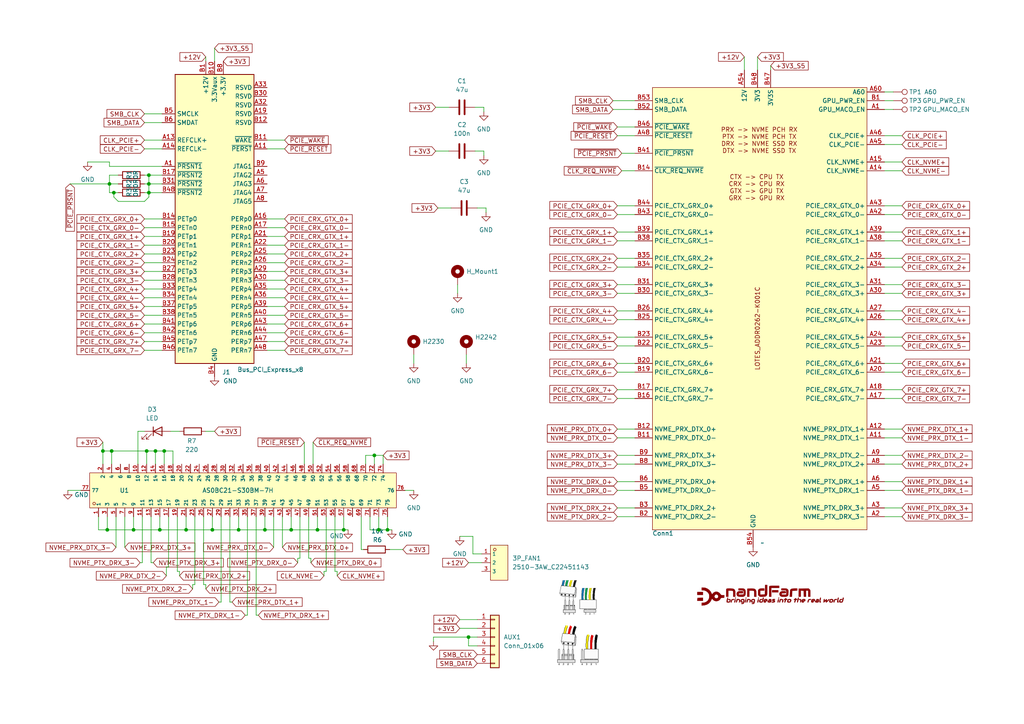
<source format=kicad_sch>
(kicad_sch (version 20250114) (generator "eeschema") (generator_version "9.0")
  (paper "A4")
  (title_block (title "RibbonRiser V2.2") (date "23/04/2025") (company "NandFarm"))
  (lib_symbols
    (symbol "2510-3AW_C22451143:2510-3AW_C22451143"
      (property "Reference" "U" (at 0 1.27 0))
      (property "Value" "2510-3AW_C22451143" (at 0 -2.54 0))
      (symbol "2510-3AW_C22451143_0_1"
        (pin unspecified line (at -5.08 2.54 0) (length 2.54) (name "1") (number "1"))
        (pin unspecified line (at -5.08 0 0) (length 2.54) (name "2") (number "2"))
        (pin unspecified line (at -5.08 -2.54 0) (length 2.54) (name "3") (number "3"))
      )
    )
    (symbol "AS0BC21-S30BM-7H:AS0BC21-S30BM-7H"
      (property "Reference" "U" (at 0 1.27 0))
      (property "Value" "AS0BC21-S30BM-7H" (at 0 -2.54 0))
      (symbol "AS0BC21-S30BM-7H_0_1"
        (pin unspecified line (at -7.62 43.18 0) (length 2.54) (name "1") (number "1"))
        (pin unspecified line (at -7.62 40.64 0) (length 2.54) (name "3") (number "3"))
        (pin unspecified line (at -7.62 38.1 0) (length 2.54) (name "5") (number "5"))
        (pin unspecified line (at -7.62 35.56 0) (length 2.54) (name "7") (number "7"))
        (pin unspecified line (at -7.62 33.02 0) (length 2.54) (name "9") (number "9"))
        (pin unspecified line (at -7.62 30.48 0) (length 2.54) (name "11") (number "11"))
        (pin unspecified line (at -7.62 27.94 0) (length 2.54) (name "13") (number "13"))
        (pin unspecified line (at -7.62 25.4 0) (length 2.54) (name "15") (number "15"))
        (pin unspecified line (at -7.62 22.86 0) (length 2.54) (name "17") (number "17"))
        (pin unspecified line (at -7.62 20.32 0) (length 2.54) (name "19") (number "19"))
        (pin unspecified line (at -7.62 17.78 0) (length 2.54) (name "21") (number "21"))
        (pin unspecified line (at -7.62 15.24 0) (length 2.54) (name "23") (number "23"))
        (pin unspecified line (at -7.62 12.7 0) (length 2.54) (name "25") (number "25"))
        (pin unspecified line (at -7.62 10.16 0) (length 2.54) (name "27") (number "27"))
        (pin unspecified line (at -7.62 7.62 0) (length 2.54) (name "29") (number "29"))
        (pin unspecified line (at -7.62 5.08 0) (length 2.54) (name "31") (number "31"))
        (pin unspecified line (at -7.62 2.54 0) (length 2.54) (name "33") (number "33"))
        (pin unspecified line (at -7.62 0 0) (length 2.54) (name "35") (number "35"))
        (pin unspecified line (at -7.62 -2.54 0) (length 2.54) (name "37") (number "37"))
        (pin unspecified line (at -7.62 -5.08 0) (length 2.54) (name "39") (number "39"))
        (pin unspecified line (at -7.62 -7.62 0) (length 2.54) (name "41") (number "41"))
        (pin unspecified line (at -7.62 -10.16 0) (length 2.54) (name "43") (number "43"))
        (pin unspecified line (at -7.62 -12.7 0) (length 2.54) (name "45") (number "45"))
        (pin unspecified line (at -7.62 -15.24 0) (length 2.54) (name "47") (number "47"))
        (pin unspecified line (at -7.62 -17.78 0) (length 2.54) (name "49") (number "49"))
        (pin unspecified line (at -7.62 -20.32 0) (length 2.54) (name "51") (number "51"))
        (pin unspecified line (at -7.62 -22.86 0) (length 2.54) (name "53") (number "53"))
        (pin unspecified line (at -7.62 -25.4 0) (length 2.54) (name "55") (number "55"))
        (pin unspecified line (at -7.62 -27.94 0) (length 2.54) (name "57") (number "57"))
        (pin unspecified line (at -7.62 -30.48 0) (length 2.54) (name "67") (number "67"))
        (pin unspecified line (at -7.62 -33.02 0) (length 2.54) (name "69") (number "69"))
        (pin unspecified line (at -7.62 -35.56 0) (length 2.54) (name "71") (number "71"))
        (pin unspecified line (at -7.62 -38.1 0) (length 2.54) (name "73") (number "73"))
        (pin unspecified line (at -7.62 -40.64 0) (length 2.54) (name "75") (number "75"))
        (pin unspecified line (at 0 48.26 270) (length 2.54) (name "77") (number "77"))
        (pin unspecified line (at 0 -45.72 90) (length 2.54) (name "76") (number "76"))
        (pin unspecified line (at 7.62 41.91 180) (length 2.54) (name "2") (number "2"))
        (pin unspecified line (at 7.62 39.37 180) (length 2.54) (name "4") (number "4"))
        (pin unspecified line (at 7.62 36.83 180) (length 2.54) (name "6") (number "6"))
        (pin unspecified line (at 7.62 34.29 180) (length 2.54) (name "8") (number "8"))
        (pin unspecified line (at 7.62 31.75 180) (length 2.54) (name "10") (number "10"))
        (pin unspecified line (at 7.62 29.21 180) (length 2.54) (name "12") (number "12"))
        (pin unspecified line (at 7.62 26.67 180) (length 2.54) (name "14") (number "14"))
        (pin unspecified line (at 7.62 24.13 180) (length 2.54) (name "16") (number "16"))
        (pin unspecified line (at 7.62 21.59 180) (length 2.54) (name "18") (number "18"))
        (pin unspecified line (at 7.62 19.05 180) (length 2.54) (name "20") (number "20"))
        (pin unspecified line (at 7.62 16.51 180) (length 2.54) (name "22") (number "22"))
        (pin unspecified line (at 7.62 13.97 180) (length 2.54) (name "24") (number "24"))
        (pin unspecified line (at 7.62 11.43 180) (length 2.54) (name "26") (number "26"))
        (pin unspecified line (at 7.62 8.89 180) (length 2.54) (name "28") (number "28"))
        (pin unspecified line (at 7.62 6.35 180) (length 2.54) (name "30") (number "30"))
        (pin unspecified line (at 7.62 3.81 180) (length 2.54) (name "32") (number "32"))
        (pin unspecified line (at 7.62 1.27 180) (length 2.54) (name "34") (number "34"))
        (pin unspecified line (at 7.62 -1.27 180) (length 2.54) (name "36") (number "36"))
        (pin unspecified line (at 7.62 -3.81 180) (length 2.54) (name "38") (number "38"))
        (pin unspecified line (at 7.62 -6.35 180) (length 2.54) (name "40") (number "40"))
        (pin unspecified line (at 7.62 -8.89 180) (length 2.54) (name "42") (number "42"))
        (pin unspecified line (at 7.62 -11.43 180) (length 2.54) (name "44") (number "44"))
        (pin unspecified line (at 7.62 -13.97 180) (length 2.54) (name "46") (number "46"))
        (pin unspecified line (at 7.62 -16.51 180) (length 2.54) (name "48") (number "48"))
        (pin unspecified line (at 7.62 -19.05 180) (length 2.54) (name "50") (number "50"))
        (pin unspecified line (at 7.62 -21.59 180) (length 2.54) (name "52") (number "52"))
        (pin unspecified line (at 7.62 -24.13 180) (length 2.54) (name "54") (number "54"))
        (pin unspecified line (at 7.62 -26.67 180) (length 2.54) (name "56") (number "56"))
        (pin unspecified line (at 7.62 -29.21 180) (length 2.54) (name "58") (number "58"))
        (pin unspecified line (at 7.62 -31.75 180) (length 2.54) (name "68") (number "68"))
        (pin unspecified line (at 7.62 -34.29 180) (length 2.54) (name "70") (number "70"))
        (pin unspecified line (at 7.62 -36.83 180) (length 2.54) (name "72") (number "72"))
        (pin unspecified line (at 7.62 -39.37 180) (length 2.54) (name "74") (number "74"))
      )
    )
    (symbol "Connector:Bus_PCI_Express_x8"
      (property "Reference" "J" (at -8.89 43.18 0))
      (property "Value" "Bus_PCI_Express_x8" (at 12.7 43.18 0))
      (symbol "Bus_PCI_Express_x8_1_1"
        (pin input line (at -15.24 30.48 0) (length 3.81) (name "SMCLK") (number "B5"))
        (pin bidirectional line (at -15.24 27.94 0) (length 3.81) (name "SMDAT") (number "B6"))
        (pin input line (at -15.24 22.86 0) (length 3.81) (name "REFCLK+") (number "A13"))
        (pin input line (at -15.24 20.32 0) (length 3.81) (name "REFCLK-") (number "A14"))
        (pin passive line (at -15.24 15.24 0) (length 3.81) (name "~{PRSNT1}") (number "A1"))
        (pin passive line (at -15.24 12.7 0) (length 3.81) (name "~{PRSNT2}") (number "B17"))
        (pin passive line (at -15.24 10.16 0) (length 3.81) (name "~{PRSNT2}") (number "B31"))
        (pin passive line (at -15.24 7.62 0) (length 3.81) (name "~{PRSNT2}") (number "B48"))
        (pin input line (at -15.24 0 0) (length 3.81) (name "PETp0") (number "B14"))
        (pin input line (at -15.24 -2.54 0) (length 3.81) (name "PETn0") (number "B15"))
        (pin input line (at -15.24 -5.08 0) (length 3.81) (name "PETp1") (number "B19"))
        (pin input line (at -15.24 -7.62 0) (length 3.81) (name "PETn1") (number "B20"))
        (pin input line (at -15.24 -10.16 0) (length 3.81) (name "PETp2") (number "B23"))
        (pin input line (at -15.24 -12.7 0) (length 3.81) (name "PETn2") (number "B24"))
        (pin input line (at -15.24 -15.24 0) (length 3.81) (name "PETp3") (number "B27"))
        (pin input line (at -15.24 -17.78 0) (length 3.81) (name "PETn3") (number "B28"))
        (pin input line (at -15.24 -20.32 0) (length 3.81) (name "PETp4") (number "B33"))
        (pin input line (at -15.24 -22.86 0) (length 3.81) (name "PETn4") (number "B34"))
        (pin input line (at -15.24 -25.4 0) (length 3.81) (name "PETp5") (number "B37"))
        (pin input line (at -15.24 -27.94 0) (length 3.81) (name "PETn5") (number "B38"))
        (pin input line (at -15.24 -30.48 0) (length 3.81) (name "PETp6") (number "B41"))
        (pin input line (at -15.24 -33.02 0) (length 3.81) (name "PETn6") (number "B42"))
        (pin input line (at -15.24 -35.56 0) (length 3.81) (name "PETp7") (number "B45"))
        (pin input line (at -15.24 -38.1 0) (length 3.81) (name "PETn7") (number "B46"))
        (pin passive line (at -2.54 45.72 270) (length 3.81) (hide yes) (name "+12V") (number "A2"))
        (pin passive line (at -2.54 45.72 270) (length 3.81) (hide yes) (name "+12V") (number "A3"))
        (pin power_in line (at -2.54 45.72 270) (length 3.81) (name "+12V") (number "B1"))
        (pin passive line (at -2.54 45.72 270) (length 3.81) (hide yes) (name "+12V") (number "B2"))
        (pin passive line (at -2.54 45.72 270) (length 3.81) (hide yes) (name "+12V") (number "B3"))
        (pin power_in line (at 0 45.72 270) (length 3.81) (name "3.3Vaux") (number "B10"))
        (pin passive line (at 0 -45.72 90) (length 3.81) (hide yes) (name "GND") (number "A12"))
        (pin passive line (at 0 -45.72 90) (length 3.81) (hide yes) (name "GND") (number "A15"))
        (pin passive line (at 0 -45.72 90) (length 3.81) (hide yes) (name "GND") (number "A18"))
        (pin passive line (at 0 -45.72 90) (length 3.81) (hide yes) (name "GND") (number "A20"))
        (pin passive line (at 0 -45.72 90) (length 3.81) (hide yes) (name "GND") (number "A23"))
        (pin passive line (at 0 -45.72 90) (length 3.81) (hide yes) (name "GND") (number "A24"))
        (pin passive line (at 0 -45.72 90) (length 3.81) (hide yes) (name "GND") (number "A27"))
        (pin passive line (at 0 -45.72 90) (length 3.81) (hide yes) (name "GND") (number "A28"))
        (pin passive line (at 0 -45.72 90) (length 3.81) (hide yes) (name "GND") (number "A31"))
        (pin passive line (at 0 -45.72 90) (length 3.81) (hide yes) (name "GND") (number "A34"))
        (pin passive line (at 0 -45.72 90) (length 3.81) (hide yes) (name "GND") (number "A37"))
        (pin passive line (at 0 -45.72 90) (length 3.81) (hide yes) (name "GND") (number "A38"))
        (pin passive line (at 0 -45.72 90) (length 3.81) (hide yes) (name "GND") (number "A4"))
        (pin passive line (at 0 -45.72 90) (length 3.81) (hide yes) (name "GND") (number "A41"))
        (pin passive line (at 0 -45.72 90) (length 3.81) (hide yes) (name "GND") (number "A42"))
        (pin passive line (at 0 -45.72 90) (length 3.81) (hide yes) (name "GND") (number "A45"))
        (pin passive line (at 0 -45.72 90) (length 3.81) (hide yes) (name "GND") (number "A46"))
        (pin passive line (at 0 -45.72 90) (length 3.81) (hide yes) (name "GND") (number "A49"))
        (pin passive line (at 0 -45.72 90) (length 3.81) (hide yes) (name "GND") (number "B13"))
        (pin passive line (at 0 -45.72 90) (length 3.81) (hide yes) (name "GND") (number "B16"))
        (pin passive line (at 0 -45.72 90) (length 3.81) (hide yes) (name "GND") (number "B18"))
        (pin passive line (at 0 -45.72 90) (length 3.81) (hide yes) (name "GND") (number "B21"))
        (pin passive line (at 0 -45.72 90) (length 3.81) (hide yes) (name "GND") (number "B22"))
        (pin passive line (at 0 -45.72 90) (length 3.81) (hide yes) (name "GND") (number "B25"))
        (pin passive line (at 0 -45.72 90) (length 3.81) (hide yes) (name "GND") (number "B26"))
        (pin passive line (at 0 -45.72 90) (length 3.81) (hide yes) (name "GND") (number "B29"))
        (pin passive line (at 0 -45.72 90) (length 3.81) (hide yes) (name "GND") (number "B32"))
        (pin passive line (at 0 -45.72 90) (length 3.81) (hide yes) (name "GND") (number "B35"))
        (pin passive line (at 0 -45.72 90) (length 3.81) (hide yes) (name "GND") (number "B36"))
        (pin passive line (at 0 -45.72 90) (length 3.81) (hide yes) (name "GND") (number "B39"))
        (pin power_in line (at 0 -45.72 90) (length 3.81) (name "GND") (number "B4"))
        (pin passive line (at 0 -45.72 90) (length 3.81) (hide yes) (name "GND") (number "B40"))
        (pin passive line (at 0 -45.72 90) (length 3.81) (hide yes) (name "GND") (number "B43"))
        (pin passive line (at 0 -45.72 90) (length 3.81) (hide yes) (name "GND") (number "B44"))
        (pin passive line (at 0 -45.72 90) (length 3.81) (hide yes) (name "GND") (number "B47"))
        (pin passive line (at 0 -45.72 90) (length 3.81) (hide yes) (name "GND") (number "B49"))
        (pin passive line (at 0 -45.72 90) (length 3.81) (hide yes) (name "GND") (number "B7"))
        (pin passive line (at 2.54 45.72 270) (length 3.81) (hide yes) (name "+3.3V") (number "A10"))
        (pin passive line (at 2.54 45.72 270) (length 3.81) (hide yes) (name "+3.3V") (number "A9"))
        (pin power_in line (at 2.54 45.72 270) (length 3.81) (name "+3.3V") (number "B8"))
        (pin passive line (at 15.24 38.1 180) (length 3.81) (name "RSVD") (number "A33"))
        (pin passive line (at 15.24 35.56 180) (length 3.81) (name "RSVD") (number "B30"))
        (pin passive line (at 15.24 33.02 180) (length 3.81) (name "RSVD") (number "A32"))
        (pin passive line (at 15.24 30.48 180) (length 3.81) (name "RSVD") (number "A19"))
        (pin passive line (at 15.24 27.94 180) (length 3.81) (name "RSVD") (number "B12"))
        (pin open_collector line (at 15.24 22.86 180) (length 3.81) (name "~{WAKE}") (number "B11"))
        (pin input line (at 15.24 20.32 180) (length 3.81) (name "~{PERST}") (number "A11"))
        (pin input line (at 15.24 15.24 180) (length 3.81) (name "JTAG1") (number "B9"))
        (pin input line (at 15.24 12.7 180) (length 3.81) (name "JTAG2") (number "A5"))
        (pin input line (at 15.24 10.16 180) (length 3.81) (name "JTAG3") (number "A6"))
        (pin output line (at 15.24 7.62 180) (length 3.81) (name "JTAG4") (number "A7"))
        (pin input line (at 15.24 5.08 180) (length 3.81) (name "JTAG5") (number "A8"))
        (pin output line (at 15.24 0 180) (length 3.81) (name "PERp0") (number "A16"))
        (pin output line (at 15.24 -2.54 180) (length 3.81) (name "PERn0") (number "A17"))
        (pin output line (at 15.24 -5.08 180) (length 3.81) (name "PERp1") (number "A21"))
        (pin output line (at 15.24 -7.62 180) (length 3.81) (name "PERn1") (number "A22"))
        (pin output line (at 15.24 -10.16 180) (length 3.81) (name "PERp2") (number "A25"))
        (pin output line (at 15.24 -12.7 180) (length 3.81) (name "PERn2") (number "A26"))
        (pin output line (at 15.24 -15.24 180) (length 3.81) (name "PERp3") (number "A29"))
        (pin output line (at 15.24 -17.78 180) (length 3.81) (name "PERn3") (number "A30"))
        (pin output line (at 15.24 -20.32 180) (length 3.81) (name "PERp4") (number "A35"))
        (pin output line (at 15.24 -22.86 180) (length 3.81) (name "PERn4") (number "A36"))
        (pin output line (at 15.24 -25.4 180) (length 3.81) (name "PERp5") (number "A39"))
        (pin output line (at 15.24 -27.94 180) (length 3.81) (name "PERn5") (number "A40"))
        (pin output line (at 15.24 -30.48 180) (length 3.81) (name "PERp6") (number "A43"))
        (pin output line (at 15.24 -33.02 180) (length 3.81) (name "PERn6") (number "A44"))
        (pin output line (at 15.24 -35.56 180) (length 3.81) (name "PERp7") (number "A47"))
        (pin output line (at 15.24 -38.1 180) (length 3.81) (name "PERn7") (number "A48"))
      )
    )
    (symbol "Connector:TestPoint" (pin_numbers (hide yes)) (pin_names (offset 0.762) (hide yes))
      (property "Reference" "TP" (at 0 6.858 0))
      (property "Value" "TestPoint" (at 0 5.08 0))
      (symbol "TestPoint_1_1"
        (pin passive line (at 0 0 90) (length 2.54) (name "1") (number "1"))
      )
    )
    (symbol "Connector_Generic:Conn_01x06" (pin_names (offset 1.016) (hide yes))
      (property "Reference" "J" (at 0 7.62 0))
      (property "Value" "Conn_01x06" (at 0 -10.16 0))
      (symbol "Conn_01x06_1_1"
        (pin passive line (at -5.08 5.08 0) (length 3.81) (name "Pin_1") (number "1"))
        (pin passive line (at -5.08 2.54 0) (length 3.81) (name "Pin_2") (number "2"))
        (pin passive line (at -5.08 0 0) (length 3.81) (name "Pin_3") (number "3"))
        (pin passive line (at -5.08 -2.54 0) (length 3.81) (name "Pin_4") (number "4"))
        (pin passive line (at -5.08 -5.08 0) (length 3.81) (name "Pin_5") (number "5"))
        (pin passive line (at -5.08 -7.62 0) (length 3.81) (name "Pin_6") (number "6"))
      )
    )
    (symbol "Device:C" (pin_numbers (hide yes)) (pin_names (offset 0.254))
      (property "Reference" "C" (at 0.635 2.54 0))
      (property "Value" "C" (at 0.635 -2.54 0))
      (symbol "C_1_1"
        (pin passive line (at 0 3.81 270) (length 2.794) (name "~") (number "1"))
        (pin passive line (at 0 -3.81 90) (length 2.794) (name "~") (number "2"))
      )
    )
    (symbol "Device:LED" (pin_numbers (hide yes)) (pin_names (offset 1.016) (hide yes))
      (property "Reference" "D" (at 0 2.54 0))
      (property "Value" "LED" (at 0 -2.54 0))
      (symbol "LED_1_1"
        (pin passive line (at -3.81 0 0) (length 2.54) (name "K") (number "1"))
        (pin passive line (at 3.81 0 180) (length 2.54) (name "A") (number "2"))
      )
    )
    (symbol "Device:R" (pin_numbers (hide yes)) (pin_names (offset 0))
      (property "Reference" "R" (at 2.032 0 90))
      (property "Value" "R" (at 0 0 90))
      (symbol "R_1_1"
        (pin passive line (at 0 3.81 270) (length 1.27) (name "~") (number "1"))
        (pin passive line (at 0 -3.81 90) (length 1.27) (name "~") (number "2"))
      )
    )
    (symbol "Mechanical:MountingHole_Pad" (pin_numbers (hide yes)) (pin_names (offset 1.016) (hide yes))
      (property "Reference" "H" (at 0 6.35 0))
      (property "Value" "MountingHole_Pad" (at 0 4.445 0))
      (symbol "MountingHole_Pad_1_1"
        (pin input line (at 0 -2.54 90) (length 2.54) (name "1") (number "1"))
      )
    )
    (symbol "Mx20qx_PCIe:PCIE_Riser"
      (property "Reference" "Conn1" (at 0 -120.396 0))
      (property "Value" "~" (at 31.3533 -123.19 0))
      (symbol "PCIE_Riser_1_1"
        (text "CTX -> CPU TX\nCRX -> CPU RX\nGTX -> GPU TX\nGRX -> GPU RX\n" (at 30.226 -20.066 0) (effects (font (size 1.27 1.27))))
        (text "LOTES_ADDR0262-K001C" (at 30.48 -60.96 900) (effects (font (size 1.27 1.27))))
        (text "PRX -> NVME PCH RX\nPTX -> NVME PCH TX\nDRX -> NVME SSD RX\nDTX -> NVME SSD TX" (at 30.988 -6.35 0) (effects (font (size 1.27 1.27))))
        (pin input line (at -5.08 5.08 0) (length 5.08) (name "SMB_CLK") (number "B53"))
        (pin input line (at -5.08 2.54 0) (length 5.08) (name "SMB_DATA") (number "B52"))
        (pin input line (at -5.08 -2.54 0) (length 5.08) (name "~{PCIE_WAKE}") (number "B46"))
        (pin input line (at -5.08 -5.08 0) (length 5.08) (name "~{PCIE_RESET}") (number "A48"))
        (pin input line (at -5.08 -10.16 0) (length 5.08) (hide yes) (name "~{PCIE_PRSNT}") (number "B28"))
        (pin input line (at -5.08 -10.16 0) (length 5.08) (name "~{PCIE_PRSNT}") (number "B41"))
        (pin input line (at -5.08 -15.24 0) (length 5.08) (name "~{CLK_REQ_NVME}") (number "B14"))
        (pin input line (at -5.08 -25.4 0) (length 5.08) (name "PCIE_CTX_GRX_0+") (number "B44"))
        (pin input line (at -5.08 -27.94 0) (length 5.08) (name "PCIE_CTX_GRX_0-") (number "B43"))
        (pin input line (at -5.08 -33.02 0) (length 5.08) (name "PCIE_CTX_GRX_1+") (number "B39"))
        (pin input line (at -5.08 -35.56 0) (length 5.08) (name "PCIE_CTX_GRX_1-") (number "B38"))
        (pin input line (at -5.08 -40.64 0) (length 5.08) (name "PCIE_CTX_GRX_2+") (number "B35"))
        (pin input line (at -5.08 -43.18 0) (length 5.08) (name "PCIE_CTX_GRX_2-") (number "B34"))
        (pin input line (at -5.08 -48.26 0) (length 5.08) (name "PCIE_CTX_GRX_3+") (number "B31"))
        (pin input line (at -5.08 -50.8 0) (length 5.08) (name "PCIE_CTX_GRX_3-") (number "B30"))
        (pin input line (at -5.08 -55.88 0) (length 5.08) (name "PCIE_CTX_GRX_4+") (number "B26"))
        (pin input line (at -5.08 -58.42 0) (length 5.08) (name "PCIE_CTX_GRX_4-") (number "B25"))
        (pin input line (at -5.08 -63.5 0) (length 5.08) (name "PCIE_CTX_GRX_5+") (number "B23"))
        (pin input line (at -5.08 -66.04 0) (length 5.08) (name "PCIE_CTX_GRX_5-") (number "B22"))
        (pin input line (at -5.08 -71.12 0) (length 5.08) (name "PCIE_CTX_GRX_6+") (number "B20"))
        (pin input line (at -5.08 -73.66 0) (length 5.08) (name "PCIE_CTX_GRX_6-") (number "B19"))
        (pin input line (at -5.08 -78.74 0) (length 5.08) (name "PCIE_CTX_GRX_7+") (number "B17"))
        (pin input line (at -5.08 -81.28 0) (length 5.08) (name "PCIE_CTX_GRX_7-") (number "B16"))
        (pin input line (at -5.08 -90.17 0) (length 5.08) (name "NVME_PRX_DTX_0+") (number "B12"))
        (pin input line (at -5.08 -92.71 0) (length 5.08) (name "NVME_PRX_DTX_0-") (number "B11"))
        (pin input line (at -5.08 -97.79 0) (length 5.08) (name "NVME_PRX_DTX_3+") (number "B9"))
        (pin input line (at -5.08 -100.33 0) (length 5.08) (name "NVME_PRX_DTX_3-") (number "B8"))
        (pin input line (at -5.08 -105.41 0) (length 5.08) (name "NVME_PTX_DRX_0+") (number "B6"))
        (pin input line (at -5.08 -107.95 0) (length 5.08) (name "NVME_PTX_DRX_0-") (number "B5"))
        (pin input line (at -5.08 -113.03 0) (length 5.08) (name "NVME_PTX_DRX_2+") (number "B3"))
        (pin input line (at -5.08 -115.57 0) (length 5.08) (name "NVME_PTX_DRX_2-") (number "B2"))
        (pin power_in line (at 26.67 13.97 270) (length 5.08) (name "12V") (number "A54"))
        (pin passive line (at 26.67 13.97 270) (length 5.08) (hide yes) (name "12V") (number "A55"))
        (pin passive line (at 26.67 13.97 270) (length 5.08) (hide yes) (name "12V") (number "A56"))
        (pin passive line (at 26.67 13.97 270) (length 5.08) (hide yes) (name "12V") (number "A57"))
        (pin passive line (at 26.67 13.97 270) (length 5.08) (hide yes) (name "12V") (number "A58"))
        (pin passive line (at 26.67 13.97 270) (length 5.08) (hide yes) (name "12V") (number "A59"))
        (pin passive line (at 26.67 13.97 270) (length 5.08) (hide yes) (name "12V") (number "B55"))
        (pin passive line (at 26.67 13.97 270) (length 5.08) (hide yes) (name "12V") (number "B56"))
        (pin passive line (at 26.67 13.97 270) (length 5.08) (hide yes) (name "12V") (number "B57"))
        (pin passive line (at 26.67 13.97 270) (length 5.08) (hide yes) (name "12V") (number "B58"))
        (pin passive line (at 26.67 13.97 270) (length 5.08) (hide yes) (name "12V") (number "B59"))
        (pin passive line (at 26.67 13.97 270) (length 5.08) (hide yes) (name "12V") (number "B60"))
        (pin passive line (at 29.21 -124.46 90) (length 5.08) (hide yes) (name "GND") (number "A10"))
        (pin passive line (at 29.21 -124.46 90) (length 5.08) (hide yes) (name "GND") (number "A13"))
        (pin passive line (at 29.21 -124.46 90) (length 5.08) (hide yes) (name "GND") (number "A16"))
        (pin passive line (at 29.21 -124.46 90) (length 5.08) (hide yes) (name "GND") (number "A19"))
        (pin passive line (at 29.21 -124.46 90) (length 5.08) (hide yes) (name "GND") (number "A22"))
        (pin passive line (at 29.21 -124.46 90) (length 5.08) (hide yes) (name "GND") (number "A25"))
        (pin passive line (at 29.21 -124.46 90) (length 5.08) (hide yes) (name "GND") (number "A28"))
        (pin passive line (at 29.21 -124.46 90) (length 5.08) (hide yes) (name "GND") (number "A29"))
        (pin passive line (at 29.21 -124.46 90) (length 5.08) (hide yes) (name "GND") (number "A32"))
        (pin passive line (at 29.21 -124.46 90) (length 5.08) (hide yes) (name "GND") (number "A33"))
        (pin passive line (at 29.21 -124.46 90) (length 5.08) (hide yes) (name "GND") (number "A36"))
        (pin passive line (at 29.21 -124.46 90) (length 5.08) (hide yes) (name "GND") (number "A37"))
        (pin passive line (at 29.21 -124.46 90) (length 5.08) (hide yes) (name "GND") (number "A4"))
        (pin passive line (at 29.21 -124.46 90) (length 5.08) (hide yes) (name "GND") (number "A40"))
        (pin passive line (at 29.21 -124.46 90) (length 5.08) (hide yes) (name "GND") (number "A41"))
        (pin passive line (at 29.21 -124.46 90) (length 5.08) (hide yes) (name "GND") (number "A44"))
        (pin passive line (at 29.21 -124.46 90) (length 5.08) (hide yes) (name "GND") (number "A47"))
        (pin passive line (at 29.21 -124.46 90) (length 5.08) (hide yes) (name "GND") (number "A49"))
        (pin passive line (at 29.21 -124.46 90) (length 5.08) (hide yes) (name "GND") (number "A7"))
        (pin passive line (at 29.21 -124.46 90) (length 5.08) (hide yes) (name "GND") (number "B10"))
        (pin passive line (at 29.21 -124.46 90) (length 5.08) (hide yes) (name "GND") (number "B13"))
        (pin passive line (at 29.21 -124.46 90) (length 5.08) (hide yes) (name "GND") (number "B15"))
        (pin passive line (at 29.21 -124.46 90) (length 5.08) (hide yes) (name "GND") (number "B18"))
        (pin passive line (at 29.21 -124.46 90) (length 5.08) (hide yes) (name "GND") (number "B21"))
        (pin passive line (at 29.21 -124.46 90) (length 5.08) (hide yes) (name "GND") (number "B24"))
        (pin passive line (at 29.21 -124.46 90) (length 5.08) (hide yes) (name "GND") (number "B27"))
        (pin passive line (at 29.21 -124.46 90) (length 5.08) (hide yes) (name "GND") (number "B29"))
        (pin passive line (at 29.21 -124.46 90) (length 5.08) (hide yes) (name "GND") (number "B32"))
        (pin passive line (at 29.21 -124.46 90) (length 5.08) (hide yes) (name "GND") (number "B33"))
        (pin passive line (at 29.21 -124.46 90) (length 5.08) (hide yes) (name "GND") (number "B36"))
        (pin passive line (at 29.21 -124.46 90) (length 5.08) (hide yes) (name "GND") (number "B37"))
        (pin passive line (at 29.21 -124.46 90) (length 5.08) (hide yes) (name "GND") (number "B4"))
        (pin passive line (at 29.21 -124.46 90) (length 5.08) (hide yes) (name "GND") (number "B40"))
        (pin passive line (at 29.21 -124.46 90) (length 5.08) (hide yes) (name "GND") (number "B42"))
        (pin passive line (at 29.21 -124.46 90) (length 5.08) (hide yes) (name "GND") (number "B45"))
        (pin passive line (at 29.21 -124.46 90) (length 5.08) (hide yes) (name "GND") (number "B51"))
        (pin input line (at 29.21 -124.46 90) (length 5.08) (name "GND") (number "B54"))
        (pin passive line (at 29.21 -124.46 90) (length 5.08) (hide yes) (name "GND") (number "B7"))
        (pin passive line (at 30.48 13.97 270) (length 5.08) (hide yes) (name "3V3") (number "A51"))
        (pin passive line (at 30.48 13.97 270) (length 5.08) (hide yes) (name "3V3") (number "A52"))
        (pin passive line (at 30.48 13.97 270) (length 5.08) (hide yes) (name "3V3") (number "A53"))
        (pin power_in line (at 30.48 13.97 270) (length 5.08) (name "3V3") (number "B48"))
        (pin passive line (at 30.48 13.97 270) (length 5.08) (hide yes) (name "3V3") (number "B49"))
        (pin passive line (at 30.48 13.97 270) (length 5.08) (hide yes) (name "3V3") (number "B50"))
        (pin passive line (at 34.29 13.97 270) (length 5.08) (hide yes) (name "3V3S") (number "A50"))
        (pin power_in line (at 34.29 13.97 270) (length 5.08) (name "3V3S") (number "B47"))
        (pin input line (at 67.31 7.62 180) (length 5.08) (name "A60") (number "A60"))
        (pin input line (at 67.31 5.08 180) (length 5.08) (name "GPU_PWR_EN") (number "B1"))
        (pin input line (at 67.31 2.54 180) (length 5.08) (name "GPU_MACO_EN") (number "A1"))
        (pin input line (at 67.31 -5.08 180) (length 5.08) (name "CLK_PCIE+") (number "A46"))
        (pin input line (at 67.31 -7.62 180) (length 5.08) (name "CLK_PCIE-") (number "A45"))
        (pin input line (at 67.31 -12.7 180) (length 5.08) (name "CLK_NVME+") (number "A15"))
        (pin input line (at 67.31 -15.24 180) (length 5.08) (name "CLK_NVME-") (number "A14"))
        (pin input line (at 67.31 -25.4 180) (length 5.08) (name "PCIE_CRX_GTX_0+") (number "A43"))
        (pin input line (at 67.31 -27.94 180) (length 5.08) (name "PCIE_CRX_GTX_0-") (number "A42"))
        (pin input line (at 67.31 -33.02 180) (length 5.08) (name "PCIE_CRX_GTX_1+") (number "A39"))
        (pin input line (at 67.31 -35.56 180) (length 5.08) (name "PCIE_CRX_GTX_1-") (number "A38"))
        (pin input line (at 67.31 -40.64 180) (length 5.08) (name "PCIE_CRX_GTX_2-") (number "A35"))
        (pin input line (at 67.31 -43.18 180) (length 5.08) (name "PCIE_CRX_GTX_2+") (number "A34"))
        (pin input line (at 67.31 -48.26 180) (length 5.08) (name "PCIE_CRX_GTX_3-") (number "A31"))
        (pin input line (at 67.31 -50.8 180) (length 5.08) (name "PCIE_CRX_GTX_3+") (number "A30"))
        (pin input line (at 67.31 -55.88 180) (length 5.08) (name "PCIE_CRX_GTX_4-") (number "A27"))
        (pin input line (at 67.31 -58.42 180) (length 5.08) (name "PCIE_CRX_GTX_4+") (number "A26"))
        (pin input line (at 67.31 -63.5 180) (length 5.08) (name "PCIE_CRX_GTX_5+") (number "A24"))
        (pin input line (at 67.31 -66.04 180) (length 5.08) (name "PCIE_CRX_GTX_5-") (number "A23"))
        (pin input line (at 67.31 -71.12 180) (length 5.08) (name "PCIE_CRX_GTX_6+") (number "A21"))
        (pin input line (at 67.31 -73.66 180) (length 5.08) (name "PCIE_CRX_GTX_6-") (number "A20"))
        (pin input line (at 67.31 -78.74 180) (length 5.08) (name "PCIE_CRX_GTX_7+") (number "A18"))
        (pin input line (at 67.31 -81.28 180) (length 5.08) (name "PCIE_CRX_GTX_7-") (number "A17"))
        (pin input line (at 67.31 -90.17 180) (length 5.08) (name "NVME_PRX_DTX_1+") (number "A12"))
        (pin input line (at 67.31 -92.71 180) (length 5.08) (name "NVME_PRX_DTX_1-") (number "A11"))
        (pin input line (at 67.31 -97.79 180) (length 5.08) (name "NVME_PRX_DTX_2-") (number "A9"))
        (pin input line (at 67.31 -100.33 180) (length 5.08) (name "NVME_PRX_DTX_2+") (number "A8"))
        (pin input line (at 67.31 -105.41 180) (length 5.08) (name "NVME_PTX_DRX_1+") (number "A6"))
        (pin input line (at 67.31 -107.95 180) (length 5.08) (name "NVME_PTX_DRX_1-") (number "A5"))
        (pin input line (at 67.31 -113.03 180) (length 5.08) (name "NVME_PTX_DRX_3+") (number "A3"))
        (pin input line (at 67.31 -115.57 180) (length 5.08) (name "NVME_PTX_DRX_3-") (number "A2"))
      )
    )
    (symbol "NandFarm_logo_and_text:LOGO" (pin_names (offset 1.016)))
    (symbol "power:GND" (power) (pin_names (offset 0))
      (property "Value" "GND" (at 0 -3.81 0))
      (symbol "GND_1_1"
        (pin power_in line (at 0 0 270) (length 0) (hide yes) (name "GND") (number "1"))
      )
    )
  )
  (text "todo: add 5v dc dc\ntodo: add power connector for outside\ntodo: add force detection jumper\n" (at 254.254 275.844 0) (effects (font (size 1.27 1.27)) (justify left)))
  (junction (at 109.855 153.67))
  (junction (at 31.75 53.34))
  (junction (at 69.215 153.67))
  (junction (at 61.595 153.67))
  (junction (at 47.625 130.81))
  (junction (at 42.545 130.81))
  (junction (at 43.18 53.34))
  (junction (at 32.385 130.81))
  (junction (at 43.18 55.88))
  (junction (at 38.735 153.67))
  (junction (at 31.115 153.67))
  (junction (at 108.585 132.08))
  (junction (at 53.975 153.67))
  (junction (at 76.835 153.67))
  (junction (at 99.695 153.67))
  (junction (at 92.075 153.67))
  (junction (at 84.455 153.67))
  (junction (at 45.085 130.81))
  (junction (at 33.02 55.88))
  (junction (at 43.18 50.8))
  (junction (at 112.395 153.67))
  (junction (at 46.355 153.67))
  (junction (at 135.89 184.785))
  (junction (at 29.845 130.81))
  (wire (pts (xy 77.47 93.98) (xy 82.55 93.98)))
  (wire (pts (xy 112.395 149.86) (xy 112.395 153.67)))
  (wire (pts (xy 256.54 82.55) (xy 261.62 82.55)))
  (wire (pts (xy 38.735 153.67) (xy 38.735 149.86)))
  (wire (pts (xy 140.97 60.325) (xy 140.97 61.595)))
  (wire (pts (xy 52.07 165.735) (xy 51.435 165.735)))
  (wire (pts (xy 41.91 63.5) (xy 46.99 63.5)))
  (wire (pts (xy 41.91 35.56) (xy 46.99 35.56)))
  (wire (pts (xy 179.07 105.41) (xy 184.15 105.41)))
  (wire (pts (xy 76.835 153.67) (xy 76.835 149.86)))
  (wire (pts (xy 36.195 158.75) (xy 36.195 149.86)))
  (wire (pts (xy 31.75 50.8) (xy 34.29 50.8)))
  (wire (pts (xy 32.385 130.81) (xy 42.545 130.81)))
  (wire (pts (xy 179.07 97.79) (xy 184.15 97.79)))
  (wire (pts (xy 125.73 184.785) (xy 135.89 184.785)))
  (wire (pts (xy 97.79 167.005) (xy 97.79 165.735)))
  (wire (pts (xy 138.43 187.325) (xy 135.89 187.325)))
  (wire (pts (xy 66.675 174.625) (xy 66.675 149.86)))
  (wire (pts (xy 43.18 53.34) (xy 46.99 53.34)))
  (wire (pts (xy 41.91 96.52) (xy 46.99 96.52)))
  (wire (pts (xy 256.54 113.03) (xy 261.62 113.03)))
  (wire (pts (xy 256.54 100.33) (xy 261.62 100.33)))
  (wire (pts (xy 41.91 125.095) (xy 40.005 125.095)))
  (wire (pts (xy 31.115 153.67) (xy 38.735 153.67)))
  (wire (pts (xy 29.845 130.81) (xy 29.845 128.27)))
  (wire (pts (xy 59.69 169.545) (xy 59.055 169.545)))
  (wire (pts (xy 41.91 40.64) (xy 46.99 40.64)))
  (wire (pts (xy 53.975 153.67) (xy 53.975 149.86)))
  (wire (pts (xy 99.695 153.67) (xy 100.965 153.67)))
  (wire (pts (xy 120.015 102.87) (xy 120.015 105.41)))
  (wire (pts (xy 32.385 130.81) (xy 29.845 130.81)))
  (wire (pts (xy 256.54 77.47) (xy 261.62 77.47)))
  (wire (pts (xy 43.815 163.195) (xy 43.815 149.86)))
  (wire (pts (xy 61.595 153.67) (xy 61.595 149.86)))
  (wire (pts (xy 77.47 68.58) (xy 82.55 68.58)))
  (wire (pts (xy 256.54 90.17) (xy 261.62 90.17)))
  (wire (pts (xy 56.515 169.545) (xy 56.515 149.86)))
  (wire (pts (xy 34.29 58.42) (xy 41.91 58.42)))
  (wire (pts (xy 135.89 163.195) (xy 139.7 163.195)))
  (wire (pts (xy 74.295 178.435) (xy 74.295 149.86)))
  (wire (pts (xy 259.08 31.75) (xy 256.54 31.75)))
  (wire (pts (xy 179.07 77.47) (xy 184.15 77.47)))
  (wire (pts (xy 41.91 91.44) (xy 46.99 91.44)))
  (wire (pts (xy 77.47 99.06) (xy 82.55 99.06)))
  (wire (pts (xy 69.215 153.67) (xy 76.835 153.67)))
  (wire (pts (xy 179.07 62.23) (xy 184.15 62.23)))
  (wire (pts (xy 31.75 53.34) (xy 34.29 53.34)))
  (wire (pts (xy 48.26 167.005) (xy 48.26 164.465)))
  (wire (pts (xy 137.795 31.115) (xy 140.335 31.115)))
  (wire (pts (xy 179.07 67.31) (xy 184.15 67.31)))
  (wire (pts (xy 81.915 158.75) (xy 81.915 149.86)))
  (wire (pts (xy 86.36 161.925) (xy 86.995 161.925)))
  (wire (pts (xy 63.5 174.625) (xy 64.135 174.625)))
  (wire (pts (xy 256.54 41.91) (xy 261.62 41.91)))
  (wire (pts (xy 31.75 48.26) (xy 46.99 48.26)))
  (wire (pts (xy 104.775 159.385) (xy 105.41 159.385)))
  (wire (pts (xy 77.47 81.28) (xy 82.55 81.28)))
  (wire (pts (xy 71.12 178.435) (xy 71.755 178.435)))
  (wire (pts (xy 256.54 142.24) (xy 261.62 142.24)))
  (wire (pts (xy 77.47 73.66) (xy 82.55 73.66)))
  (wire (pts (xy 126.365 43.815) (xy 130.175 43.815)))
  (wire (pts (xy 50.165 134.62) (xy 50.165 130.81)))
  (wire (pts (xy 94.615 165.735) (xy 94.615 149.86)))
  (wire (pts (xy 41.91 66.04) (xy 46.99 66.04)))
  (wire (pts (xy 179.07 124.46) (xy 184.15 124.46)))
  (wire (pts (xy 179.07 82.55) (xy 184.15 82.55)))
  (wire (pts (xy 79.375 158.75) (xy 79.375 149.86)))
  (wire (pts (xy 47.625 130.81) (xy 45.085 130.81)))
  (wire (pts (xy 40.005 125.095) (xy 40.005 134.62)))
  (wire (pts (xy 139.7 160.655) (xy 137.16 160.655)))
  (wire (pts (xy 179.07 69.85) (xy 184.15 69.85)))
  (wire (pts (xy 77.47 88.9) (xy 82.55 88.9)))
  (wire (pts (xy 61.595 153.67) (xy 69.215 153.67)))
  (wire (pts (xy 179.07 113.03) (xy 184.15 113.03)))
  (wire (pts (xy 41.91 55.88) (xy 43.18 55.88)))
  (wire (pts (xy 108.585 134.62) (xy 108.585 132.08)))
  (wire (pts (xy 179.07 132.08) (xy 184.15 132.08)))
  (wire (pts (xy 92.075 153.67) (xy 92.075 149.86)))
  (wire (pts (xy 52.07 167.005) (xy 52.07 165.735)))
  (wire (pts (xy 41.91 58.42) (xy 43.18 57.15)))
  (wire (pts (xy 23.495 142.24) (xy 19.685 142.24)))
  (wire (pts (xy 77.47 78.74) (xy 82.55 78.74)))
  (wire (pts (xy 41.91 88.9) (xy 46.99 88.9)))
  (wire (pts (xy 77.47 40.64) (xy 82.55 40.64)))
  (wire (pts (xy 41.91 33.02) (xy 46.99 33.02)))
  (wire (pts (xy 256.54 29.21) (xy 259.08 29.21)))
  (wire (pts (xy 41.91 83.82) (xy 46.99 83.82)))
  (wire (pts (xy 92.075 153.67) (xy 99.695 153.67)))
  (wire (pts (xy 133.35 182.245) (xy 138.43 182.245)))
  (wire (pts (xy 59.055 169.545) (xy 59.055 149.86)))
  (wire (pts (xy 77.47 83.82) (xy 82.55 83.82)))
  (wire (pts (xy 41.91 50.8) (xy 43.18 50.8)))
  (wire (pts (xy 135.89 187.325) (xy 135.89 184.785)))
  (wire (pts (xy 93.98 167.005) (xy 93.98 165.735)))
  (wire (pts (xy 180.34 44.45) (xy 184.15 44.45)))
  (wire (pts (xy 90.17 163.195) (xy 90.17 161.925)))
  (wire (pts (xy 43.18 50.8) (xy 46.99 50.8)))
  (wire (pts (xy 137.795 43.815) (xy 140.335 43.815)))
  (wire (pts (xy 33.02 57.15) (xy 34.29 58.42)))
  (wire (pts (xy 31.75 48.26) (xy 31.75 46.99)))
  (wire (pts (xy 223.52 19.05) (xy 223.52 20.32)))
  (wire (pts (xy 106.045 134.62) (xy 106.045 132.08)))
  (wire (pts (xy 256.54 69.85) (xy 261.62 69.85)))
  (wire (pts (xy 38.735 153.67) (xy 46.355 153.67)))
  (wire (pts (xy 90.805 134.62) (xy 90.805 128.27)))
  (wire (pts (xy 55.88 169.545) (xy 56.515 169.545)))
  (wire (pts (xy 31.75 46.99) (xy 25.4 46.99)))
  (wire (pts (xy 31.115 153.67) (xy 31.115 149.86)))
  (wire (pts (xy 41.91 101.6) (xy 46.99 101.6)))
  (wire (pts (xy 256.54 105.41) (xy 261.62 105.41)))
  (wire (pts (xy 179.07 142.24) (xy 184.15 142.24)))
  (wire (pts (xy 77.47 66.04) (xy 82.55 66.04)))
  (wire (pts (xy 86.995 161.925) (xy 86.995 149.86)))
  (wire (pts (xy 77.47 43.18) (xy 82.55 43.18)))
  (wire (pts (xy 135.255 102.87) (xy 135.255 105.41)))
  (wire (pts (xy 33.02 55.88) (xy 31.75 55.88)))
  (wire (pts (xy 135.89 184.785) (xy 138.43 184.785)))
  (wire (pts (xy 41.91 76.2) (xy 46.99 76.2)))
  (wire (pts (xy 42.545 134.62) (xy 42.545 130.81)))
  (wire (pts (xy 179.07 59.69) (xy 184.15 59.69)))
  (wire (pts (xy 256.54 74.93) (xy 261.62 74.93)))
  (wire (pts (xy 71.755 178.435) (xy 71.755 149.86)))
  (wire (pts (xy 256.54 127) (xy 261.62 127)))
  (wire (pts (xy 179.07 107.95) (xy 184.15 107.95)))
  (wire (pts (xy 31.75 53.34) (xy 31.75 50.8)))
  (wire (pts (xy 256.54 147.32) (xy 261.62 147.32)))
  (wire (pts (xy 41.91 81.28) (xy 46.99 81.28)))
  (wire (pts (xy 44.45 163.195) (xy 43.815 163.195)))
  (wire (pts (xy 179.07 100.33) (xy 184.15 100.33)))
  (wire (pts (xy 140.335 43.815) (xy 140.335 45.085)))
  (wire (pts (xy 43.18 57.15) (xy 43.18 55.88)))
  (wire (pts (xy 41.91 71.12) (xy 46.99 71.12)))
  (wire (pts (xy 59.69 17.78) (xy 59.69 16.51)))
  (wire (pts (xy 32.385 134.62) (xy 32.385 130.81)))
  (wire (pts (xy 62.23 13.97) (xy 62.23 17.78)))
  (wire (pts (xy 29.845 134.62) (xy 29.845 130.81)))
  (wire (pts (xy 28.575 149.86) (xy 28.575 153.67)))
  (wire (pts (xy 64.135 174.625) (xy 64.135 149.86)))
  (wire (pts (xy 48.26 164.465) (xy 48.895 164.465)))
  (wire (pts (xy 90.17 161.925) (xy 89.535 161.925)))
  (wire (pts (xy 43.18 55.88) (xy 46.99 55.88)))
  (wire (pts (xy 177.8 31.75) (xy 184.15 31.75)))
  (wire (pts (xy 93.98 165.735) (xy 94.615 165.735)))
  (wire (pts (xy 117.475 142.24) (xy 120.015 142.24)))
  (wire (pts (xy 77.47 63.5) (xy 82.55 63.5)))
  (wire (pts (xy 88.265 134.62) (xy 88.265 128.27)))
  (wire (pts (xy 111.125 134.62) (xy 111.125 132.08)))
  (wire (pts (xy 106.045 132.08) (xy 108.585 132.08)))
  (wire (pts (xy 179.07 134.62) (xy 184.15 134.62)))
  (wire (pts (xy 180.34 49.53) (xy 184.15 49.53)))
  (wire (pts (xy 256.54 62.23) (xy 261.62 62.23)))
  (wire (pts (xy 256.54 49.53) (xy 261.62 49.53)))
  (wire (pts (xy 46.355 153.67) (xy 53.975 153.67)))
  (wire (pts (xy 76.835 153.67) (xy 84.455 153.67)))
  (wire (pts (xy 256.54 139.7) (xy 261.62 139.7)))
  (wire (pts (xy 137.16 160.655) (xy 137.16 155.575)))
  (wire (pts (xy 179.07 147.32) (xy 184.15 147.32)))
  (wire (pts (xy 109.855 149.86) (xy 109.855 153.67)))
  (wire (pts (xy 69.215 153.67) (xy 69.215 149.86)))
  (wire (pts (xy 41.91 86.36) (xy 46.99 86.36)))
  (wire (pts (xy 33.655 158.75) (xy 33.655 149.86)))
  (wire (pts (xy 179.07 74.93) (xy 184.15 74.93)))
  (wire (pts (xy 43.18 55.88) (xy 43.18 53.34)))
  (wire (pts (xy 219.71 16.51) (xy 219.71 20.32)))
  (wire (pts (xy 77.47 71.12) (xy 82.55 71.12)))
  (wire (pts (xy 45.085 130.81) (xy 42.545 130.81)))
  (wire (pts (xy 109.855 153.67) (xy 112.395 153.67)))
  (wire (pts (xy 28.575 153.67) (xy 31.115 153.67)))
  (wire (pts (xy 179.07 115.57) (xy 184.15 115.57)))
  (wire (pts (xy 89.535 161.925) (xy 89.535 149.86)))
  (wire (pts (xy 41.91 93.98) (xy 46.99 93.98)))
  (wire (pts (xy 256.54 97.79) (xy 261.62 97.79)))
  (wire (pts (xy 84.455 153.67) (xy 92.075 153.67)))
  (wire (pts (xy 53.975 153.67) (xy 61.595 153.67)))
  (wire (pts (xy 179.07 139.7) (xy 184.15 139.7)))
  (wire (pts (xy 256.54 59.69) (xy 261.62 59.69)))
  (wire (pts (xy 256.54 85.09) (xy 261.62 85.09)))
  (wire (pts (xy 177.8 29.21) (xy 184.15 29.21)))
  (wire (pts (xy 77.47 101.6) (xy 82.55 101.6)))
  (wire (pts (xy 77.47 76.2) (xy 82.55 76.2)))
  (wire (pts (xy 31.75 55.88) (xy 31.75 53.34)))
  (wire (pts (xy 256.54 39.37) (xy 261.62 39.37)))
  (wire (pts (xy 47.625 134.62) (xy 47.625 130.81)))
  (wire (pts (xy 41.91 78.74) (xy 46.99 78.74)))
  (wire (pts (xy 67.31 174.625) (xy 66.675 174.625)))
  (wire (pts (xy 97.79 165.735) (xy 97.155 165.735)))
  (wire (pts (xy 179.07 85.09) (xy 184.15 85.09)))
  (wire (pts (xy 77.47 96.52) (xy 82.55 96.52)))
  (wire (pts (xy 41.275 163.195) (xy 41.275 149.86)))
  (wire (pts (xy 256.54 115.57) (xy 261.62 115.57)))
  (wire (pts (xy 256.54 26.67) (xy 259.08 26.67)))
  (wire (pts (xy 34.29 55.88) (xy 33.02 55.88)))
  (wire (pts (xy 112.395 153.67) (xy 113.665 153.67)))
  (wire (pts (xy 256.54 124.46) (xy 261.62 124.46)))
  (wire (pts (xy 43.18 53.34) (xy 43.18 50.8)))
  (wire (pts (xy 256.54 46.99) (xy 261.62 46.99)))
  (wire (pts (xy 48.895 164.465) (xy 48.895 149.86)))
  (wire (pts (xy 104.775 149.86) (xy 104.775 159.385)))
  (wire (pts (xy 140.335 31.115) (xy 140.335 32.385)))
  (wire (pts (xy 97.155 165.735) (xy 97.155 149.86)))
  (wire (pts (xy 133.35 179.705) (xy 138.43 179.705)))
  (wire (pts (xy 55.88 170.815) (xy 55.88 169.545)))
  (wire (pts (xy 99.695 153.67) (xy 99.695 149.86)))
  (wire (pts (xy 33.02 55.88) (xy 33.02 57.15)))
  (wire (pts (xy 132.715 82.55) (xy 132.715 85.09)))
  (wire (pts (xy 49.53 125.095) (xy 52.07 125.095)))
  (wire (pts (xy 138.43 60.325) (xy 140.97 60.325)))
  (wire (pts (xy 77.47 91.44) (xy 82.55 91.44)))
  (wire (pts (xy 256.54 67.31) (xy 261.62 67.31)))
  (wire (pts (xy 215.9 16.51) (xy 215.9 20.32)))
  (wire (pts (xy 74.93 178.435) (xy 74.295 178.435)))
  (wire (pts (xy 41.91 53.34) (xy 43.18 53.34)))
  (wire (pts (xy 107.315 153.67) (xy 109.855 153.67)))
  (wire (pts (xy 51.435 165.735) (xy 51.435 149.86)))
  (wire (pts (xy 41.91 99.06) (xy 46.99 99.06)))
  (wire (pts (xy 133.35 155.575) (xy 137.16 155.575)))
  (wire (pts (xy 126.365 31.115) (xy 130.175 31.115)))
  (wire (pts (xy 179.07 39.37) (xy 184.15 39.37)))
  (wire (pts (xy 256.54 149.86) (xy 261.62 149.86)))
  (wire (pts (xy 256.54 92.71) (xy 261.62 92.71)))
  (wire (pts (xy 20.32 53.34) (xy 31.75 53.34)))
  (wire (pts (xy 41.91 43.18) (xy 46.99 43.18)))
  (wire (pts (xy 41.91 68.58) (xy 46.99 68.58)))
  (wire (pts (xy 77.47 86.36) (xy 82.55 86.36)))
  (wire (pts (xy 116.84 159.385) (xy 113.03 159.385)))
  (wire (pts (xy 256.54 132.08) (xy 261.62 132.08)))
  (wire (pts (xy 125.73 184.785) (xy 125.73 186.055)))
  (wire (pts (xy 46.355 153.67) (xy 46.355 149.86)))
  (wire (pts (xy 179.07 92.71) (xy 184.15 92.71)))
  (wire (pts (xy 179.07 127) (xy 184.15 127)))
  (wire (pts (xy 107.315 149.86) (xy 107.315 153.67)))
  (wire (pts (xy 256.54 134.62) (xy 261.62 134.62)))
  (wire (pts (xy 84.455 153.67) (xy 84.455 149.86)))
  (wire (pts (xy 179.07 90.17) (xy 184.15 90.17)))
  (wire (pts (xy 50.165 130.81) (xy 47.625 130.81)))
  (wire (pts (xy 179.07 149.86) (xy 184.15 149.86)))
  (wire (pts (xy 127 60.325) (xy 130.81 60.325)))
  (wire (pts (xy 40.64 163.195) (xy 41.275 163.195)))
  (wire (pts (xy 45.085 134.62) (xy 45.085 130.81)))
  (wire (pts (xy 41.91 73.66) (xy 46.99 73.66)))
  (wire (pts (xy 108.585 132.08) (xy 111.125 132.08)))
  (wire (pts (xy 59.69 170.815) (xy 59.69 169.545)))
  (wire (pts (xy 59.69 125.095) (xy 62.23 125.095)))
  (wire (pts (xy 179.07 36.83) (xy 184.15 36.83)))
  (wire (pts (xy 86.36 163.195) (xy 86.36 161.925)))
  (wire (pts (xy 256.54 107.95) (xy 261.62 107.95)))
  (image (at 167.64 187.325) (scale 0.237247))
  (image (at 167.64 173.355) (scale 0.215587))
  (global_label "PCIE_CRX_GTX_1-" (shape input) (at 82.55 71.12 0) (property "Intersheetrefs" "${INTERSHEET_REFS}" (effects (hide yes))))
  (global_label "+12V" (shape input) (at 215.9 16.51 180) (property "Intersheetrefs" "${INTERSHEET_REFS}" (effects (hide yes))))
  (global_label "+3V3" (shape input) (at 133.35 182.245 180) (property "Intersheetrefs" "${INTERSHEET_REFS}" (effects (hide yes))))
  (global_label "PCIE_CTX_GRX_0+" (shape input) (at 179.07 59.69 180) (property "Intersheetrefs" "${INTERSHEET_REFS}" (effects (hide yes))))
  (global_label "+3V3_S5" (shape input) (at 223.52 19.05 0) (property "Intersheetrefs" "${INTERSHEET_REFS}" (effects (hide yes))))
  (global_label "PCIE_CRX_GTX_6+" (shape input) (at 261.62 105.41 0) (property "Intersheetrefs" "${INTERSHEET_REFS}" (effects (hide yes))))
  (global_label "NVME_PRX_DTX_0-" (shape input) (at 79.375 158.75 180) (property "Intersheetrefs" "${INTERSHEET_REFS}" (effects (hide yes))))
  (global_label "PCIE_CRX_GTX_5-" (shape input) (at 261.62 100.33 0) (property "Intersheetrefs" "${INTERSHEET_REFS}" (effects (hide yes))))
  (global_label "NVME_PRX_DTX_1-" (shape input) (at 63.5 174.625 180) (property "Intersheetrefs" "${INTERSHEET_REFS}" (effects (hide yes))))
  (global_label "PCIE_CTX_GRX_6-" (shape input) (at 41.91 96.52 180) (property "Intersheetrefs" "${INTERSHEET_REFS}" (effects (hide yes))))
  (global_label "PCIE_CTX_GRX_0+" (shape input) (at 41.91 63.5 180) (property "Intersheetrefs" "${INTERSHEET_REFS}" (effects (hide yes))))
  (global_label "PCIE_CTX_GRX_6-" (shape input) (at 179.07 107.95 180) (property "Intersheetrefs" "${INTERSHEET_REFS}" (effects (hide yes))))
  (global_label "PCIE_CRX_GTX_6-" (shape input) (at 82.55 96.52 0) (property "Intersheetrefs" "${INTERSHEET_REFS}" (effects (hide yes))))
  (global_label "PCIE_CTX_GRX_5+" (shape input) (at 41.91 88.9 180) (property "Intersheetrefs" "${INTERSHEET_REFS}" (effects (hide yes))))
  (global_label "+12V" (shape input) (at 135.89 163.195 180) (property "Intersheetrefs" "${INTERSHEET_REFS}" (effects (hide yes))))
  (global_label "NVME_PRX_DTX_3-" (shape input) (at 33.655 158.75 180) (property "Intersheetrefs" "${INTERSHEET_REFS}" (effects (hide yes))))
  (global_label "PCIE_CRX_GTX_2-" (shape input) (at 82.55 76.2 0) (property "Intersheetrefs" "${INTERSHEET_REFS}" (effects (hide yes))))
  (global_label "PCIE_CRX_GTX_1-" (shape input) (at 261.62 69.85 0) (property "Intersheetrefs" "${INTERSHEET_REFS}" (effects (hide yes))))
  (global_label "SMB_DATA" (shape input) (at 177.8 31.75 180) (property "Intersheetrefs" "${INTERSHEET_REFS}" (effects (hide yes))))
  (global_label "PCIE_CTX_GRX_4+" (shape input) (at 179.07 90.17 180) (property "Intersheetrefs" "${INTERSHEET_REFS}" (effects (hide yes))))
  (global_label "PCIE_CRX_GTX_4+" (shape input) (at 82.55 83.82 0) (property "Intersheetrefs" "${INTERSHEET_REFS}" (effects (hide yes))))
  (global_label "PCIE_CRX_GTX_2+" (shape input) (at 261.62 77.47 0) (property "Intersheetrefs" "${INTERSHEET_REFS}" (effects (hide yes))))
  (global_label "PCIE_CTX_GRX_7-" (shape input) (at 179.07 115.57 180) (property "Intersheetrefs" "${INTERSHEET_REFS}" (effects (hide yes))))
  (global_label "+3V3" (shape input) (at 126.365 43.815 180) (property "Intersheetrefs" "${INTERSHEET_REFS}" (effects (hide yes))))
  (global_label "CLK_PCIE+" (shape input) (at 261.62 39.37 0) (property "Intersheetrefs" "${INTERSHEET_REFS}" (effects (hide yes))))
  (global_label "PCIE_CRX_GTX_7-" (shape input) (at 82.55 101.6 0) (property "Intersheetrefs" "${INTERSHEET_REFS}" (effects (hide yes))))
  (global_label "+3V3" (shape input) (at 116.84 159.385 0) (property "Intersheetrefs" "${INTERSHEET_REFS}" (effects (hide yes))))
  (global_label "SMB_CLK" (shape input) (at 41.91 33.02 180) (property "Intersheetrefs" "${INTERSHEET_REFS}" (effects (hide yes))))
  (global_label "NVME_PTX_DRX_1-" (shape input) (at 71.12 178.435 180) (property "Intersheetrefs" "${INTERSHEET_REFS}" (effects (hide yes))))
  (global_label "PCIE_CRX_GTX_7-" (shape input) (at 261.62 115.57 0) (property "Intersheetrefs" "${INTERSHEET_REFS}" (effects (hide yes))))
  (global_label "PCIE_CRX_GTX_0-" (shape input) (at 261.62 62.23 0) (property "Intersheetrefs" "${INTERSHEET_REFS}" (effects (hide yes))))
  (global_label "PCIE_CTX_GRX_2-" (shape input) (at 41.91 76.2 180) (property "Intersheetrefs" "${INTERSHEET_REFS}" (effects (hide yes))))
  (global_label "+3V3" (shape input) (at 126.365 31.115 180) (property "Intersheetrefs" "${INTERSHEET_REFS}" (effects (hide yes))))
  (global_label "PCIE_CRX_GTX_5+" (shape input) (at 82.55 88.9 0) (property "Intersheetrefs" "${INTERSHEET_REFS}" (effects (hide yes))))
  (global_label "NVME_PRX_DTX_2-" (shape input) (at 261.62 132.08 0) (property "Intersheetrefs" "${INTERSHEET_REFS}" (effects (hide yes))))
  (global_label "NVME_PTX_DRX_1+" (shape input) (at 74.93 178.435 0) (property "Intersheetrefs" "${INTERSHEET_REFS}" (effects (hide yes))))
  (global_label "PCIE_CRX_GTX_7+" (shape input) (at 261.62 113.03 0) (property "Intersheetrefs" "${INTERSHEET_REFS}" (effects (hide yes))))
  (global_label "~{CLK_REQ_NVME}" (shape input) (at 180.34 49.53 180) (property "Intersheetrefs" "${INTERSHEET_REFS}" (effects (hide yes))))
  (global_label "PCIE_CRX_GTX_3-" (shape input) (at 82.55 81.28 0) (property "Intersheetrefs" "${INTERSHEET_REFS}" (effects (hide yes))))
  (global_label "+3V3" (shape input) (at 29.845 128.27 180) (property "Intersheetrefs" "${INTERSHEET_REFS}" (effects (hide yes))))
  (global_label "CLK_PCIE-" (shape input) (at 261.62 41.91 0) (property "Intersheetrefs" "${INTERSHEET_REFS}" (effects (hide yes))))
  (global_label "CLK_PCIE+" (shape input) (at 41.91 40.64 180) (property "Intersheetrefs" "${INTERSHEET_REFS}" (effects (hide yes))))
  (global_label "SMB_DATA" (shape input) (at 138.43 192.405 180) (property "Intersheetrefs" "${INTERSHEET_REFS}" (effects (hide yes))))
  (global_label "+3V3" (shape input) (at 64.77 17.78 0) (property "Intersheetrefs" "${INTERSHEET_REFS}" (effects (hide yes))))
  (global_label "NVME_PRX_DTX_2+" (shape input) (at 261.62 134.62 0) (property "Intersheetrefs" "${INTERSHEET_REFS}" (effects (hide yes))))
  (global_label "NVME_PRX_DTX_1+" (shape input) (at 261.62 124.46 0) (property "Intersheetrefs" "${INTERSHEET_REFS}" (effects (hide yes))))
  (global_label "PCIE_CTX_GRX_0-" (shape input) (at 41.91 66.04 180) (property "Intersheetrefs" "${INTERSHEET_REFS}" (effects (hide yes))))
  (global_label "NVME_PTX_DRX_2+" (shape input) (at 59.69 170.815 0) (property "Intersheetrefs" "${INTERSHEET_REFS}" (effects (hide yes))))
  (global_label "CLK_NVME-" (shape input) (at 261.62 49.53 0) (property "Intersheetrefs" "${INTERSHEET_REFS}" (effects (hide yes))))
  (global_label "NVME_PTX_DRX_1+" (shape input) (at 261.62 139.7 0) (property "Intersheetrefs" "${INTERSHEET_REFS}" (effects (hide yes))))
  (global_label "+3V3" (shape input) (at 219.71 16.51 0) (property "Intersheetrefs" "${INTERSHEET_REFS}" (effects (hide yes))))
  (global_label "+12V" (shape input) (at 133.35 179.705 180) (property "Intersheetrefs" "${INTERSHEET_REFS}" (effects (hide yes))))
  (global_label "~{PCIE_RESET}" (shape input) (at 82.55 43.18 0) (property "Intersheetrefs" "${INTERSHEET_REFS}" (effects (hide yes))))
  (global_label "PCIE_CTX_GRX_0-" (shape input) (at 179.07 62.23 180) (property "Intersheetrefs" "${INTERSHEET_REFS}" (effects (hide yes))))
  (global_label "PCIE_CTX_GRX_5-" (shape input) (at 179.07 100.33 180) (property "Intersheetrefs" "${INTERSHEET_REFS}" (effects (hide yes))))
  (global_label "NVME_PRX_DTX_0+" (shape input) (at 179.07 124.46 180) (property "Intersheetrefs" "${INTERSHEET_REFS}" (effects (hide yes))))
  (global_label "PCIE_CRX_GTX_5-" (shape input) (at 82.55 91.44 0) (property "Intersheetrefs" "${INTERSHEET_REFS}" (effects (hide yes))))
  (global_label "PCIE_CRX_GTX_5+" (shape input) (at 261.62 97.79 0) (property "Intersheetrefs" "${INTERSHEET_REFS}" (effects (hide yes))))
  (global_label "PCIE_CTX_GRX_3+" (shape input) (at 41.91 78.74 180) (property "Intersheetrefs" "${INTERSHEET_REFS}" (effects (hide yes))))
  (global_label "NVME_PTX_DRX_3-" (shape input) (at 261.62 149.86 0) (property "Intersheetrefs" "${INTERSHEET_REFS}" (effects (hide yes))))
  (global_label "PCIE_CTX_GRX_1-" (shape input) (at 41.91 71.12 180) (property "Intersheetrefs" "${INTERSHEET_REFS}" (effects (hide yes))))
  (global_label "NVME_PTX_DRX_1-" (shape input) (at 261.62 142.24 0) (property "Intersheetrefs" "${INTERSHEET_REFS}" (effects (hide yes))))
  (global_label "PCIE_CRX_GTX_6+" (shape input) (at 82.55 93.98 0) (property "Intersheetrefs" "${INTERSHEET_REFS}" (effects (hide yes))))
  (global_label "PCIE_CTX_GRX_2-" (shape input) (at 179.07 77.47 180) (property "Intersheetrefs" "${INTERSHEET_REFS}" (effects (hide yes))))
  (global_label "NVME_PRX_DTX_2-" (shape input) (at 48.26 167.005 180) (property "Intersheetrefs" "${INTERSHEET_REFS}" (effects (hide yes))))
  (global_label "+3V3" (shape input) (at 127 60.325 180) (property "Intersheetrefs" "${INTERSHEET_REFS}" (effects (hide yes))))
  (global_label "NVME_PTX_DRX_3+" (shape input) (at 261.62 147.32 0) (property "Intersheetrefs" "${INTERSHEET_REFS}" (effects (hide yes))))
  (global_label "PCIE_CRX_GTX_3+" (shape input) (at 82.55 78.74 0) (property "Intersheetrefs" "${INTERSHEET_REFS}" (effects (hide yes))))
  (global_label "PCIE_CRX_GTX_3-" (shape input) (at 261.62 82.55 0) (property "Intersheetrefs" "${INTERSHEET_REFS}" (effects (hide yes))))
  (global_label "NVME_PRX_DTX_0+" (shape input) (at 81.915 158.75 0) (property "Intersheetrefs" "${INTERSHEET_REFS}" (effects (hide yes))))
  (global_label "PCIE_CRX_GTX_2-" (shape input) (at 261.62 74.93 0) (property "Intersheetrefs" "${INTERSHEET_REFS}" (effects (hide yes))))
  (global_label "~{~{PCIE_PRSNT}}" (shape input) (at 20.32 53.34 270) (property "Intersheetrefs" "${INTERSHEET_REFS}" (effects (hide yes))))
  (global_label "PCIE_CTX_GRX_5-" (shape input) (at 41.91 91.44 180) (property "Intersheetrefs" "${INTERSHEET_REFS}" (effects (hide yes))))
  (global_label "PCIE_CTX_GRX_3-" (shape input) (at 179.07 85.09 180) (property "Intersheetrefs" "${INTERSHEET_REFS}" (effects (hide yes))))
  (global_label "PCIE_CTX_GRX_4+" (shape input) (at 41.91 83.82 180) (property "Intersheetrefs" "${INTERSHEET_REFS}" (effects (hide yes))))
  (global_label "PCIE_CRX_GTX_7+" (shape input) (at 82.55 99.06 0) (property "Intersheetrefs" "${INTERSHEET_REFS}" (effects (hide yes))))
  (global_label "CLK_NVME+" (shape input) (at 97.79 167.005 0) (property "Intersheetrefs" "${INTERSHEET_REFS}" (effects (hide yes))))
  (global_label "PCIE_CRX_GTX_1+" (shape input) (at 82.55 68.58 0) (property "Intersheetrefs" "${INTERSHEET_REFS}" (effects (hide yes))))
  (global_label "PCIE_CTX_GRX_3-" (shape input) (at 41.91 81.28 180) (property "Intersheetrefs" "${INTERSHEET_REFS}" (effects (hide yes))))
  (global_label "PCIE_CRX_GTX_3+" (shape input) (at 261.62 85.09 0) (property "Intersheetrefs" "${INTERSHEET_REFS}" (effects (hide yes))))
  (global_label "PCIE_CTX_GRX_5+" (shape input) (at 179.07 97.79 180) (property "Intersheetrefs" "${INTERSHEET_REFS}" (effects (hide yes))))
  (global_label "SMB_DATA" (shape input) (at 41.91 35.56 180) (property "Intersheetrefs" "${INTERSHEET_REFS}" (effects (hide yes))))
  (global_label "~{CLK_REQ_NVME}" (shape input) (at 90.805 128.27 0) (property "Intersheetrefs" "${INTERSHEET_REFS}" (effects (hide yes))))
  (global_label "PCIE_CTX_GRX_1+" (shape input) (at 41.91 68.58 180) (property "Intersheetrefs" "${INTERSHEET_REFS}" (effects (hide yes))))
  (global_label "NVME_PRX_DTX_0-" (shape input) (at 179.07 127 180) (property "Intersheetrefs" "${INTERSHEET_REFS}" (effects (hide yes))))
  (global_label "~{PCIE_RESET}" (shape input) (at 88.265 128.27 180) (property "Intersheetrefs" "${INTERSHEET_REFS}" (effects (hide yes))))
  (global_label "PCIE_CTX_GRX_6+" (shape input) (at 41.91 93.98 180) (property "Intersheetrefs" "${INTERSHEET_REFS}" (effects (hide yes))))
  (global_label "NVME_PRX_DTX_3+" (shape input) (at 36.195 158.75 0) (property "Intersheetrefs" "${INTERSHEET_REFS}" (effects (hide yes))))
  (global_label "NVME_PRX_DTX_3-" (shape input) (at 179.07 134.62 180) (property "Intersheetrefs" "${INTERSHEET_REFS}" (effects (hide yes))))
  (global_label "PCIE_CTX_GRX_2+" (shape input) (at 179.07 74.93 180) (property "Intersheetrefs" "${INTERSHEET_REFS}" (effects (hide yes))))
  (global_label "PCIE_CRX_GTX_4-" (shape input) (at 261.62 90.17 0) (property "Intersheetrefs" "${INTERSHEET_REFS}" (effects (hide yes))))
  (global_label "PCIE_CTX_GRX_4-" (shape input) (at 41.91 86.36 180) (property "Intersheetrefs" "${INTERSHEET_REFS}" (effects (hide yes))))
  (global_label "NVME_PTX_DRX_2-" (shape input) (at 55.88 170.815 180) (property "Intersheetrefs" "${INTERSHEET_REFS}" (effects (hide yes))))
  (global_label "CLK_NVME+" (shape input) (at 261.62 46.99 0) (property "Intersheetrefs" "${INTERSHEET_REFS}" (effects (hide yes))))
  (global_label "PCIE_CTX_GRX_7+" (shape input) (at 179.07 113.03 180) (property "Intersheetrefs" "${INTERSHEET_REFS}" (effects (hide yes))))
  (global_label "PCIE_CRX_GTX_4-" (shape input) (at 82.55 86.36 0) (property "Intersheetrefs" "${INTERSHEET_REFS}" (effects (hide yes))))
  (global_label "PCIE_CTX_GRX_2+" (shape input) (at 41.91 73.66 180) (property "Intersheetrefs" "${INTERSHEET_REFS}" (effects (hide yes))))
  (global_label "PCIE_CTX_GRX_4-" (shape input) (at 179.07 92.71 180) (property "Intersheetrefs" "${INTERSHEET_REFS}" (effects (hide yes))))
  (global_label "NVME_PTX_DRX_0-" (shape input) (at 179.07 142.24 180) (property "Intersheetrefs" "${INTERSHEET_REFS}" (effects (hide yes))))
  (global_label "PCIE_CRX_GTX_0-" (shape input) (at 82.55 66.04 0) (property "Intersheetrefs" "${INTERSHEET_REFS}" (effects (hide yes))))
  (global_label "+3V3" (shape input) (at 111.125 132.08 0) (property "Intersheetrefs" "${INTERSHEET_REFS}" (effects (hide yes))))
  (global_label "PCIE_CTX_GRX_7+" (shape input) (at 41.91 99.06 180) (property "Intersheetrefs" "${INTERSHEET_REFS}" (effects (hide yes))))
  (global_label "NVME_PRX_DTX_3+" (shape input) (at 179.07 132.08 180) (property "Intersheetrefs" "${INTERSHEET_REFS}" (effects (hide yes))))
  (global_label "NVME_PTX_DRX_0-" (shape input) (at 86.36 163.195 180) (property "Intersheetrefs" "${INTERSHEET_REFS}" (effects (hide yes))))
  (global_label "PCIE_CTX_GRX_3+" (shape input) (at 179.07 82.55 180) (property "Intersheetrefs" "${INTERSHEET_REFS}" (effects (hide yes))))
  (global_label "PCIE_CTX_GRX_6+" (shape input) (at 179.07 105.41 180) (property "Intersheetrefs" "${INTERSHEET_REFS}" (effects (hide yes))))
  (global_label "NVME_PTX_DRX_3+" (shape input) (at 44.45 163.195 0) (property "Intersheetrefs" "${INTERSHEET_REFS}" (effects (hide yes))))
  (global_label "NVME_PRX_DTX_1-" (shape input) (at 261.62 127 0) (property "Intersheetrefs" "${INTERSHEET_REFS}" (effects (hide yes))))
  (global_label "SMB_CLK" (shape input) (at 138.43 189.865 180) (property "Intersheetrefs" "${INTERSHEET_REFS}" (effects (hide yes))))
  (global_label "NVME_PTX_DRX_2+" (shape input) (at 179.07 147.32 180) (property "Intersheetrefs" "${INTERSHEET_REFS}" (effects (hide yes))))
  (global_label "PCIE_CRX_GTX_4+" (shape input) (at 261.62 92.71 0) (property "Intersheetrefs" "${INTERSHEET_REFS}" (effects (hide yes))))
  (global_label "+12V" (shape input) (at 59.69 16.51 180) (property "Intersheetrefs" "${INTERSHEET_REFS}" (effects (hide yes))))
  (global_label "+3V3" (shape input) (at 62.23 125.095 0) (property "Intersheetrefs" "${INTERSHEET_REFS}" (effects (hide yes))))
  (global_label "NVME_PTX_DRX_0+" (shape input) (at 179.07 139.7 180) (property "Intersheetrefs" "${INTERSHEET_REFS}" (effects (hide yes))))
  (global_label "CLK_PCIE-" (shape input) (at 41.91 43.18 180) (property "Intersheetrefs" "${INTERSHEET_REFS}" (effects (hide yes))))
  (global_label "~{PCIE_WAKE}" (shape input) (at 179.07 36.83 180) (property "Intersheetrefs" "${INTERSHEET_REFS}" (effects (hide yes))))
  (global_label "PCIE_CTX_GRX_1+" (shape input) (at 179.07 67.31 180) (property "Intersheetrefs" "${INTERSHEET_REFS}" (effects (hide yes))))
  (global_label "PCIE_CRX_GTX_1+" (shape input) (at 261.62 67.31 0) (property "Intersheetrefs" "${INTERSHEET_REFS}" (effects (hide yes))))
  (global_label "SMB_CLK" (shape input) (at 177.8 29.21 180) (property "Intersheetrefs" "${INTERSHEET_REFS}" (effects (hide yes))))
  (global_label "CLK_NVME-" (shape input) (at 93.98 167.005 180) (property "Intersheetrefs" "${INTERSHEET_REFS}" (effects (hide yes))))
  (global_label "~{~{PCIE_PRSNT}}" (shape input) (at 180.34 44.45 180) (property "Intersheetrefs" "${INTERSHEET_REFS}" (effects (hide yes))))
  (global_label "+3V3_S5" (shape input) (at 62.23 13.97 0) (property "Intersheetrefs" "${INTERSHEET_REFS}" (effects (hide yes))))
  (global_label "~{PCIE_RESET}" (shape input) (at 179.07 39.37 180) (property "Intersheetrefs" "${INTERSHEET_REFS}" (effects (hide yes))))
  (global_label "PCIE_CTX_GRX_7-" (shape input) (at 41.91 101.6 180) (property "Intersheetrefs" "${INTERSHEET_REFS}" (effects (hide yes))))
  (global_label "NVME_PTX_DRX_3-" (shape input) (at 40.64 163.195 180) (property "Intersheetrefs" "${INTERSHEET_REFS}" (effects (hide yes))))
  (global_label "NVME_PTX_DRX_2-" (shape input) (at 179.07 149.86 180) (property "Intersheetrefs" "${INTERSHEET_REFS}" (effects (hide yes))))
  (global_label "PCIE_CRX_GTX_0+" (shape input) (at 82.55 63.5 0) (property "Intersheetrefs" "${INTERSHEET_REFS}" (effects (hide yes))))
  (global_label "PCIE_CTX_GRX_1-" (shape input) (at 179.07 69.85 180) (property "Intersheetrefs" "${INTERSHEET_REFS}" (effects (hide yes))))
  (global_label "~{PCIE_WAKE}" (shape input) (at 82.55 40.64 0) (property "Intersheetrefs" "${INTERSHEET_REFS}" (effects (hide yes))))
  (global_label "NVME_PRX_DTX_1+" (shape input) (at 67.31 174.625 0) (property "Intersheetrefs" "${INTERSHEET_REFS}" (effects (hide yes))))
  (global_label "PCIE_CRX_GTX_6-" (shape input) (at 261.62 107.95 0) (property "Intersheetrefs" "${INTERSHEET_REFS}" (effects (hide yes))))
  (global_label "NVME_PTX_DRX_0+" (shape input) (at 90.17 163.195 0) (property "Intersheetrefs" "${INTERSHEET_REFS}" (effects (hide yes))))
  (global_label "PCIE_CRX_GTX_2+" (shape input) (at 82.55 73.66 0) (property "Intersheetrefs" "${INTERSHEET_REFS}" (effects (hide yes))))
  (global_label "NVME_PRX_DTX_2+" (shape input) (at 52.07 167.005 0) (property "Intersheetrefs" "${INTERSHEET_REFS}" (effects (hide yes))))
  (global_label "PCIE_CRX_GTX_0+" (shape input) (at 261.62 59.69 0) (property "Intersheetrefs" "${INTERSHEET_REFS}" (effects (hide yes))))
  (symbol (lib_id "Device:C") (at 133.985 43.815 90) (unit 1)
    (property "Reference" "C2" (at 133.985 36.195 90))
    (property "Value" "100n" (at 133.985 38.735 90))
    (property "Footprint" "Capacitor_SMD:C_0805_2012Metric_Pad1.18x1.45mm_HandSolder" (effects (hide yes)))
    (property "Description" "Unpolarized capacitor" (effects (hide yes)))
  )
  (symbol (lib_id "Mechanical:MountingHole_Pad") (at 120.015 100.33 0) (unit 1)
    (property "Reference" "H2230" (at 122.555 99.0599 0) (effects (justify left)))
    (property "Value" "MountingHole_Pad" (effects (hide yes)))
    (property "Footprint" "MountingHole:MountingHole_4.3mm_M4_ISO7380_Pad_TopOnly" (effects (hide yes)))
  )
  (symbol (lib_id "2510-3AW_C22451143:2510-3AW_C22451143") (at 144.78 163.195 0) (unit 1)
    (property "Reference" "3P_FAN1" (at 148.59 161.9249 0) (effects (justify left)))
    (property "Value" "2510-3AW_C22451143" (at 148.59 164.4649 0) (effects (justify left)))
    (property "Footprint" "LCSCimported:CONN-TH_2510-3AW" (effects (hide yes)))
    (property "Datasheet" "https://item.szlcsc.com/766925.html" (effects (hide yes)))
    (property "LCSC" "C22451143" (effects (hide yes)))
  )
  (symbol (lib_id "power:GND") (at 120.015 105.41 0) (unit 1)
    (property "Reference" "#PWR09" (effects (hide yes)))
    (property "Value" "GND" (at 120.015 110.49 0))
  )
  (symbol (lib_id "Mechanical:MountingHole_Pad") (at 135.255 100.33 0) (unit 1)
    (property "Reference" "H2242" (at 137.795 97.79 0) (effects (justify left)))
    (property "Value" "MountingHole_Pad" (effects (hide yes)))
    (property "Footprint" "MountingHole:MountingHole_4.3mm_M4_ISO7380_Pad_TopOnly" (effects (hide yes)))
  )
  (symbol (lib_id "Device:R") (at 109.22 159.385 270) (unit 1)
    (property "Reference" "R6" (at 109.474 156.591 90))
    (property "Value" "10k" (at 109.474 154.051 90))
    (property "Footprint" "Resistor_SMD:R_0805_2012Metric" (effects (hide yes)))
    (property "Description" "Resistor" (effects (hide yes)))
  )
  (symbol (lib_id "Connector:TestPoint") (at 259.08 31.75 270) (unit 1)
    (property "Reference" "TP2" (at 267.335 31.75 90) (effects (justify right)))
    (property "Value" "GPU_MACO_EN" (at 281.305 31.75 90) (effects (justify right)))
    (property "Footprint" "TestPoint:TestPoint_Pad_D1.0mm" (effects (hide yes)))
  )
  (symbol (lib_id "power:GND") (at 100.965 153.67 0) (unit 1)
    (property "Reference" "#PWR018" (effects (hide yes)))
    (property "Value" "GND" (at 97.663 155.448 0))
  )
  (symbol (lib_id "Mechanical:MountingHole_Pad") (at 132.715 80.01 0) (unit 1)
    (property "Reference" "H_Mount1" (at 135.255 78.7399 0) (effects (justify left)))
    (property "Value" "MountingHole_Pad" (effects (hide yes)))
    (property "Footprint" "MountingHole:MountingHole_4.3mm_M4_ISO7380_Pad_TopOnly" (effects (hide yes)))
  )
  (symbol (lib_id "power:GND") (at 140.97 61.595 0) (unit 1)
    (property "Reference" "#PWR014" (effects (hide yes)))
    (property "Value" "GND" (at 140.97 66.675 0))
  )
  (symbol (lib_id "power:GND") (at 25.4 46.99 0) (unit 1)
    (property "Reference" "#PWR013" (effects (hide yes)))
    (property "Value" "GND" (at 25.4 52.07 0))
  )
  (symbol (lib_id "Device:R") (at 55.88 125.095 90) (unit 1)
    (property "Reference" "R7" (at 55.626 127.889 90))
    (property "Value" "220" (at 55.626 130.429 90))
    (property "Footprint" "Resistor_SMD:R_0805_2012Metric" (effects (hide yes)))
    (property "Description" "Resistor" (effects (hide yes)))
  )
  (symbol (lib_id "Device:C") (at 133.985 31.115 90) (unit 1)
    (property "Reference" "C1" (at 133.985 23.495 90))
    (property "Value" "47u" (at 133.985 26.035 90))
    (property "Footprint" "Capacitor_SMD:C_1206_3216Metric_Pad1.33x1.80mm_HandSolder" (effects (hide yes)))
    (property "Description" "Unpolarized capacitor" (effects (hide yes)))
  )
  (symbol (lib_id "power:GND") (at 125.73 186.055 0) (unit 1)
    (property "Reference" "#PWR05" (effects (hide yes)))
    (property "Value" "GND" (effects (hide yes)))
  )
  (symbol (lib_id "NandFarm_logo_and_text:LOGO") (at 223.52 172.72 0) (unit 1)
    (property "Reference" "#G1" (effects (hide yes)))
    (property "Value" "LOGO" (effects (hide yes)))
  )
  (symbol (lib_id "power:GND") (at 113.665 153.67 0) (unit 1)
    (property "Reference" "#PWR019" (effects (hide yes)))
    (property "Value" "GND" (at 115.57 154.9399 0) (effects (justify left)))
  )
  (symbol (lib_id "Device:R") (at 38.1 53.34 90) (unit 1)
    (property "Reference" "R2" (at 37.465 54.61 0) (effects (justify left)))
    (property "Value" "0R" (at 39.37 54.61 0) (effects (justify left)))
    (property "Footprint" "Resistor_SMD:R_0603_1608Metric_Pad0.98x0.95mm_HandSolder" (effects (hide yes)))
  )
  (symbol (lib_id "Connector:TestPoint") (at 259.08 26.67 270) (unit 1)
    (property "Reference" "TP1" (at 267.335 26.67 90) (effects (justify right)))
    (property "Value" "A60" (at 271.78 26.67 90) (effects (justify right)))
    (property "Footprint" "TestPoint:TestPoint_Pad_D1.0mm" (effects (hide yes)))
  )
  (symbol (lib_id "power:GND") (at 140.335 45.085 0) (unit 1)
    (property "Reference" "#PWR010" (effects (hide yes)))
    (property "Value" "GND" (at 140.335 50.165 0))
  )
  (symbol (lib_id "AS0BC21-S30BM-7H:AS0BC21-S30BM-7H") (at 71.755 142.24 90) (unit 1)
    (property "Reference" "U1" (at 37.465 142.24 90) (effects (justify left)))
    (property "Value" "AS0BC21-S30BM-7H" (at 79.375 142.24 90) (effects (justify left)))
    (property "Footprint" "JLC:CONN-SMD_AS0BC21-S30BM-7H" (effects (hide yes)))
    (property "Datasheet" "https://item.szlcsc.com/2990053.html" (effects (hide yes)))
    (property "LCSC" "C2832351" (effects (hide yes)))
  )
  (symbol (lib_id "Mx20qx_PCIe:PCIE_Riser") (at 189.23 34.29 0) (unit 1)
    (property "Reference" "Conn1" (at 189.23 154.686 0) (effects (justify left)))
    (property "Value" "~" (at 220.5833 157.48 0) (effects (justify left)))
    (property "Footprint" "Mx20qx_PCIe:Mx20qx_PCIe_FP" (effects (hide yes)))
  )
  (symbol (lib_id "Connector:TestPoint") (at 259.08 29.21 270) (unit 1)
    (property "Reference" "TP3" (at 267.335 29.21 90) (effects (justify right)))
    (property "Value" "GPU_PWR_EN" (at 280.035 29.21 90) (effects (justify right)))
    (property "Footprint" "TestPoint:TestPoint_Pad_D1.0mm" (effects (hide yes)))
  )
  (symbol (lib_id "power:GND") (at 135.255 105.41 0) (unit 1)
    (property "Reference" "#PWR012" (effects (hide yes)))
    (property "Value" "GND" (at 135.255 110.49 0))
  )
  (symbol (lib_id "Device:LED") (at 45.72 125.095 0) (unit 1)
    (property "Reference" "D3" (at 44.1325 118.745 0))
    (property "Value" "LED" (at 44.1325 121.285 0))
    (property "Footprint" "LED_SMD:LED_0805_2012Metric" (effects (hide yes)))
    (property "Description" "Light emitting diode" (effects (hide yes)))
  )
  (symbol (lib_id "Connector:Bus_PCI_Express_x8") (at 62.23 63.5 0) (unit 1)
    (property "Reference" "J1" (at 64.4241 107.95 0) (effects (justify left)))
    (property "Value" "Bus_PCI_Express_x8" (at 68.834 107.188 0) (effects (justify left)))
    (property "Footprint" "LCSCimported:CONN-TH_98P-P1.00-V_3183-XXXXXPXT" (effects (hide yes)))
    (property "Datasheet" "http://www.ritrontek.com/uploadfile/2016/1026/20161026105231124.pdf#page=63" (effects (hide yes)))
    (property "Description" "PCI Express bus connector x8" (effects (hide yes)))
  )
  (symbol (lib_id "Device:C") (at 134.62 60.325 90) (unit 1)
    (property "Reference" "C3" (at 134.62 52.705 90))
    (property "Value" "47u" (at 134.62 55.245 90))
    (property "Footprint" "Capacitor_SMD:C_1206_3216Metric_Pad1.33x1.80mm_HandSolder" (effects (hide yes)))
    (property "Description" "Unpolarized capacitor" (effects (hide yes)))
  )
  (symbol (lib_id "power:GND") (at 218.44 158.75 0) (unit 1)
    (property "Reference" "#PWR015" (effects (hide yes)))
    (property "Value" "GND" (at 218.44 163.83 0))
  )
  (symbol (lib_id "power:GND") (at 19.685 142.24 0) (unit 1)
    (property "Reference" "#PWR021" (effects (hide yes)))
    (property "Value" "GND" (at 21.59 143.5099 0) (effects (justify left)))
  )
  (symbol (lib_id "Device:R") (at 38.1 50.8 90) (unit 1)
    (property "Reference" "R1" (at 37.465 52.07 0) (effects (justify left)))
    (property "Value" "0R" (at 39.37 52.07 0) (effects (justify left)))
    (property "Footprint" "Resistor_SMD:R_0603_1608Metric_Pad0.98x0.95mm_HandSolder" (effects (hide yes)))
  )
  (symbol (lib_id "Connector_Generic:Conn_01x06") (at 143.51 184.785 0) (unit 1)
    (property "Reference" "AUX1" (at 146.05 184.7849 0) (effects (justify left)))
    (property "Value" "Conn_01x06" (at 146.05 187.3249 0) (effects (justify left)))
    (property "Footprint" "Connector_PinHeader_2.54mm:PinHeader_1x06_P2.54mm_Vertical" (effects (hide yes)))
    (property "Description" "Generic connector, single row, 01x06, script generated (kicad-library-utils/schlib/autogen/connector/)" (effects (hide yes)))
  )
  (symbol (lib_id "power:GND") (at 62.23 109.22 0) (unit 1)
    (property "Reference" "#PWR011" (effects (hide yes)))
    (property "Value" "GND" (at 64.77 110.4899 0) (effects (justify left)))
  )
  (symbol (lib_id "power:GND") (at 120.015 142.24 0) (unit 1)
    (property "Reference" "#PWR020" (effects (hide yes)))
    (property "Value" "GND" (at 120.015 147.32 0))
  )
  (symbol (lib_id "power:GND") (at 132.715 85.09 0) (unit 1)
    (property "Reference" "#PWR02" (effects (hide yes)))
    (property "Value" "GND" (at 132.715 90.17 0))
  )
  (symbol (lib_id "power:GND") (at 140.335 32.385 0) (unit 1)
    (property "Reference" "#PWR07" (effects (hide yes)))
    (property "Value" "GND" (at 140.335 37.465 0))
  )
  (symbol (lib_id "power:GND") (at 133.35 155.575 0) (unit 1)
    (property "Reference" "#PWR04" (effects (hide yes)))
    (property "Value" "GND" (at 133.35 160.655 0))
  )
  (symbol (lib_id "Device:R") (at 38.1 55.88 90) (unit 1)
    (property "Reference" "R3" (at 37.465 57.15 0) (effects (justify left)))
    (property "Value" "0R" (at 39.37 57.15 0) (effects (justify left)))
    (property "Footprint" "Resistor_SMD:R_0603_1608Metric_Pad0.98x0.95mm_HandSolder" (effects (hide yes)))
  )
)
</source>
